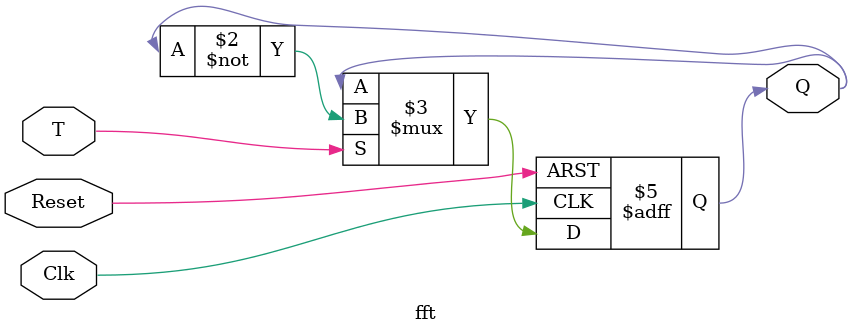
<source format=v>
module fft(
    input T,
    input Clk,
    input Reset,
    output reg Q
    );

    always@(negedge Clk or posedge Reset)
    if(Reset)
       Q <= 1'b0;
    else
       if(T) Q <= ~ Q;   
endmodule

</source>
